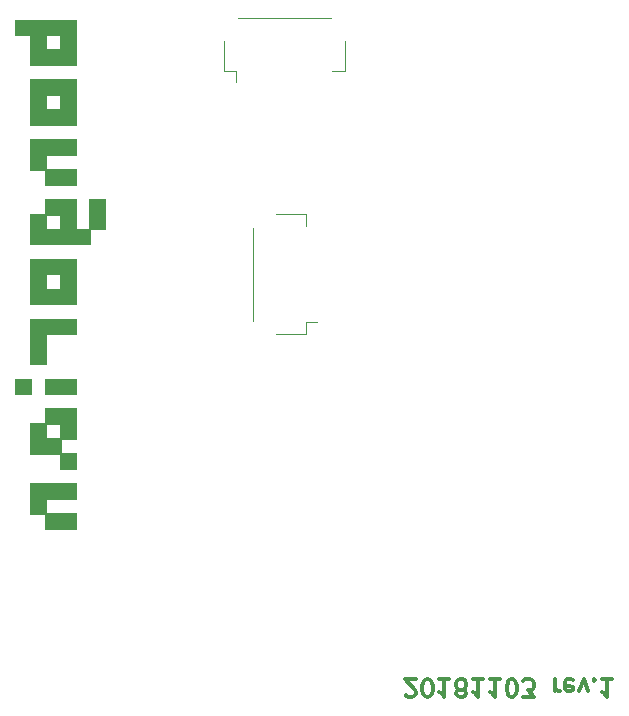
<source format=gbr>
G04 #@! TF.GenerationSoftware,KiCad,Pcbnew,(5.0.0)*
G04 #@! TF.CreationDate,2018-11-06T14:45:03+09:00*
G04 #@! TF.ProjectId,handheld_machine,68616E6468656C645F6D616368696E65,rev?*
G04 #@! TF.SameCoordinates,Original*
G04 #@! TF.FileFunction,Legend,Bot*
G04 #@! TF.FilePolarity,Positive*
%FSLAX46Y46*%
G04 Gerber Fmt 4.6, Leading zero omitted, Abs format (unit mm)*
G04 Created by KiCad (PCBNEW (5.0.0)) date 11/06/18 14:45:03*
%MOMM*%
%LPD*%
G01*
G04 APERTURE LIST*
%ADD10C,0.300000*%
%ADD11C,0.120000*%
%ADD12C,0.010000*%
G04 APERTURE END LIST*
D10*
X148250000Y-147678571D02*
X148321428Y-147750000D01*
X148464285Y-147821428D01*
X148821428Y-147821428D01*
X148964285Y-147750000D01*
X149035714Y-147678571D01*
X149107142Y-147535714D01*
X149107142Y-147392857D01*
X149035714Y-147178571D01*
X148178571Y-146321428D01*
X149107142Y-146321428D01*
X150035714Y-147821428D02*
X150178571Y-147821428D01*
X150321428Y-147750000D01*
X150392857Y-147678571D01*
X150464285Y-147535714D01*
X150535714Y-147250000D01*
X150535714Y-146892857D01*
X150464285Y-146607142D01*
X150392857Y-146464285D01*
X150321428Y-146392857D01*
X150178571Y-146321428D01*
X150035714Y-146321428D01*
X149892857Y-146392857D01*
X149821428Y-146464285D01*
X149750000Y-146607142D01*
X149678571Y-146892857D01*
X149678571Y-147250000D01*
X149750000Y-147535714D01*
X149821428Y-147678571D01*
X149892857Y-147750000D01*
X150035714Y-147821428D01*
X151964285Y-146321428D02*
X151107142Y-146321428D01*
X151535714Y-146321428D02*
X151535714Y-147821428D01*
X151392857Y-147607142D01*
X151250000Y-147464285D01*
X151107142Y-147392857D01*
X152821428Y-147178571D02*
X152678571Y-147250000D01*
X152607142Y-147321428D01*
X152535714Y-147464285D01*
X152535714Y-147535714D01*
X152607142Y-147678571D01*
X152678571Y-147750000D01*
X152821428Y-147821428D01*
X153107142Y-147821428D01*
X153250000Y-147750000D01*
X153321428Y-147678571D01*
X153392857Y-147535714D01*
X153392857Y-147464285D01*
X153321428Y-147321428D01*
X153250000Y-147250000D01*
X153107142Y-147178571D01*
X152821428Y-147178571D01*
X152678571Y-147107142D01*
X152607142Y-147035714D01*
X152535714Y-146892857D01*
X152535714Y-146607142D01*
X152607142Y-146464285D01*
X152678571Y-146392857D01*
X152821428Y-146321428D01*
X153107142Y-146321428D01*
X153250000Y-146392857D01*
X153321428Y-146464285D01*
X153392857Y-146607142D01*
X153392857Y-146892857D01*
X153321428Y-147035714D01*
X153250000Y-147107142D01*
X153107142Y-147178571D01*
X154821428Y-146321428D02*
X153964285Y-146321428D01*
X154392857Y-146321428D02*
X154392857Y-147821428D01*
X154250000Y-147607142D01*
X154107142Y-147464285D01*
X153964285Y-147392857D01*
X156250000Y-146321428D02*
X155392857Y-146321428D01*
X155821428Y-146321428D02*
X155821428Y-147821428D01*
X155678571Y-147607142D01*
X155535714Y-147464285D01*
X155392857Y-147392857D01*
X157178571Y-147821428D02*
X157321428Y-147821428D01*
X157464285Y-147750000D01*
X157535714Y-147678571D01*
X157607142Y-147535714D01*
X157678571Y-147250000D01*
X157678571Y-146892857D01*
X157607142Y-146607142D01*
X157535714Y-146464285D01*
X157464285Y-146392857D01*
X157321428Y-146321428D01*
X157178571Y-146321428D01*
X157035714Y-146392857D01*
X156964285Y-146464285D01*
X156892857Y-146607142D01*
X156821428Y-146892857D01*
X156821428Y-147250000D01*
X156892857Y-147535714D01*
X156964285Y-147678571D01*
X157035714Y-147750000D01*
X157178571Y-147821428D01*
X158178571Y-147821428D02*
X159107142Y-147821428D01*
X158607142Y-147250000D01*
X158821428Y-147250000D01*
X158964285Y-147178571D01*
X159035714Y-147107142D01*
X159107142Y-146964285D01*
X159107142Y-146607142D01*
X159035714Y-146464285D01*
X158964285Y-146392857D01*
X158821428Y-146321428D01*
X158392857Y-146321428D01*
X158250000Y-146392857D01*
X158178571Y-146464285D01*
X160892857Y-146321428D02*
X160892857Y-147321428D01*
X160892857Y-147035714D02*
X160964285Y-147178571D01*
X161035714Y-147250000D01*
X161178571Y-147321428D01*
X161321428Y-147321428D01*
X162392857Y-146392857D02*
X162250000Y-146321428D01*
X161964285Y-146321428D01*
X161821428Y-146392857D01*
X161750000Y-146535714D01*
X161750000Y-147107142D01*
X161821428Y-147250000D01*
X161964285Y-147321428D01*
X162250000Y-147321428D01*
X162392857Y-147250000D01*
X162464285Y-147107142D01*
X162464285Y-146964285D01*
X161750000Y-146821428D01*
X162964285Y-147321428D02*
X163321428Y-146321428D01*
X163678571Y-147321428D01*
X164250000Y-146464285D02*
X164321428Y-146392857D01*
X164250000Y-146321428D01*
X164178571Y-146392857D01*
X164250000Y-146464285D01*
X164250000Y-146321428D01*
X165750000Y-146321428D02*
X164892857Y-146321428D01*
X165321428Y-146321428D02*
X165321428Y-147821428D01*
X165178571Y-147607142D01*
X165035714Y-147464285D01*
X164892857Y-147392857D01*
D11*
G04 #@! TO.C,J1*
X137285000Y-117110000D02*
X139785000Y-117110000D01*
X139785000Y-117110000D02*
X139785000Y-116060000D01*
X139785000Y-116060000D02*
X140775000Y-116060000D01*
X137285000Y-106890000D02*
X139785000Y-106890000D01*
X139785000Y-106890000D02*
X139785000Y-107940000D01*
X135315000Y-115940000D02*
X135315000Y-108060000D01*
G04 #@! TO.C,J2*
X134060000Y-90315000D02*
X141940000Y-90315000D01*
X143110000Y-94785000D02*
X142060000Y-94785000D01*
X143110000Y-92285000D02*
X143110000Y-94785000D01*
X133940000Y-94785000D02*
X133940000Y-95775000D01*
X132890000Y-94785000D02*
X133940000Y-94785000D01*
X132890000Y-92285000D02*
X132890000Y-94785000D01*
D12*
G04 #@! TO.C,G2*
G36*
X121540000Y-109460000D02*
X121540000Y-108190000D01*
X122810000Y-108190000D01*
X122810000Y-105650000D01*
X121492962Y-105650000D01*
X121492962Y-108142963D01*
X120317037Y-108142963D01*
X120317037Y-105650000D01*
X117777037Y-105650000D01*
X117777037Y-106967038D01*
X119000000Y-106967038D01*
X119000000Y-108142963D01*
X117777037Y-108142963D01*
X117777037Y-106967038D01*
X117777037Y-105650000D01*
X117730000Y-105650000D01*
X117730000Y-106920000D01*
X116460000Y-106920000D01*
X116460000Y-109460000D01*
X121540000Y-109460000D01*
X121540000Y-109460000D01*
G37*
X121540000Y-109460000D02*
X121540000Y-108190000D01*
X122810000Y-108190000D01*
X122810000Y-105650000D01*
X121492962Y-105650000D01*
X121492962Y-108142963D01*
X120317037Y-108142963D01*
X120317037Y-105650000D01*
X117777037Y-105650000D01*
X117777037Y-106967038D01*
X119000000Y-106967038D01*
X119000000Y-108142963D01*
X117777037Y-108142963D01*
X117777037Y-106967038D01*
X117777037Y-105650000D01*
X117730000Y-105650000D01*
X117730000Y-106920000D01*
X116460000Y-106920000D01*
X116460000Y-109460000D01*
X121540000Y-109460000D01*
G36*
X116460000Y-91774075D02*
X116460000Y-94267038D01*
X120317037Y-94267038D01*
X120317037Y-90457038D01*
X117777037Y-90457038D01*
X117777037Y-91774075D01*
X119000000Y-91774075D01*
X119000000Y-92950000D01*
X117777037Y-92950000D01*
X117777037Y-91774075D01*
X117777037Y-90457038D01*
X115190000Y-90457038D01*
X115190000Y-91774075D01*
X116460000Y-91774075D01*
X116460000Y-91774075D01*
G37*
X116460000Y-91774075D02*
X116460000Y-94267038D01*
X120317037Y-94267038D01*
X120317037Y-90457038D01*
X117777037Y-90457038D01*
X117777037Y-91774075D01*
X119000000Y-91774075D01*
X119000000Y-92950000D01*
X117777037Y-92950000D01*
X117777037Y-91774075D01*
X117777037Y-90457038D01*
X115190000Y-90457038D01*
X115190000Y-91774075D01*
X116460000Y-91774075D01*
G36*
X120317037Y-99347038D02*
X120317037Y-95490000D01*
X117777037Y-95490000D01*
X117777037Y-96807038D01*
X119000000Y-96807038D01*
X119000000Y-98030000D01*
X117777037Y-98030000D01*
X117777037Y-96807038D01*
X117777037Y-95490000D01*
X116460000Y-95490000D01*
X116460000Y-99347038D01*
X120317037Y-99347038D01*
X120317037Y-99347038D01*
G37*
X120317037Y-99347038D02*
X120317037Y-95490000D01*
X117777037Y-95490000D01*
X117777037Y-96807038D01*
X119000000Y-96807038D01*
X119000000Y-98030000D01*
X117777037Y-98030000D01*
X117777037Y-96807038D01*
X117777037Y-95490000D01*
X116460000Y-95490000D01*
X116460000Y-99347038D01*
X120317037Y-99347038D01*
G36*
X117730000Y-103157038D02*
X117730000Y-104427038D01*
X120317037Y-104427038D01*
X120317037Y-103110000D01*
X117777037Y-103110000D01*
X117777037Y-101887038D01*
X120317037Y-101887038D01*
X120317037Y-100570000D01*
X116460000Y-100570000D01*
X116460000Y-103157038D01*
X117730000Y-103157038D01*
X117730000Y-103157038D01*
G37*
X117730000Y-103157038D02*
X117730000Y-104427038D01*
X120317037Y-104427038D01*
X120317037Y-103110000D01*
X117777037Y-103110000D01*
X117777037Y-101887038D01*
X120317037Y-101887038D01*
X120317037Y-100570000D01*
X116460000Y-100570000D01*
X116460000Y-103157038D01*
X117730000Y-103157038D01*
G36*
X120317037Y-114540000D02*
X120317037Y-110682963D01*
X117777037Y-110682963D01*
X117777037Y-112000000D01*
X119000000Y-112000000D01*
X119000000Y-113222963D01*
X117777037Y-113222963D01*
X117777037Y-112000000D01*
X117777037Y-110682963D01*
X116460000Y-110682963D01*
X116460000Y-114540000D01*
X120317037Y-114540000D01*
X120317037Y-114540000D01*
G37*
X120317037Y-114540000D02*
X120317037Y-110682963D01*
X117777037Y-110682963D01*
X117777037Y-112000000D01*
X119000000Y-112000000D01*
X119000000Y-113222963D01*
X117777037Y-113222963D01*
X117777037Y-112000000D01*
X117777037Y-110682963D01*
X116460000Y-110682963D01*
X116460000Y-114540000D01*
X120317037Y-114540000D01*
G36*
X117777037Y-119620000D02*
X117777037Y-117080000D01*
X120317037Y-117080000D01*
X120317037Y-115762963D01*
X116460000Y-115762963D01*
X116460000Y-119620000D01*
X117777037Y-119620000D01*
X117777037Y-119620000D01*
G37*
X117777037Y-119620000D02*
X117777037Y-117080000D01*
X120317037Y-117080000D01*
X120317037Y-115762963D01*
X116460000Y-115762963D01*
X116460000Y-119620000D01*
X117777037Y-119620000D01*
G36*
X120317037Y-122160000D02*
X120317037Y-120842963D01*
X117730000Y-120842963D01*
X117730000Y-122160000D01*
X120317037Y-122160000D01*
X120317037Y-122160000D01*
G37*
X120317037Y-122160000D02*
X120317037Y-120842963D01*
X117730000Y-120842963D01*
X117730000Y-122160000D01*
X120317037Y-122160000D01*
G36*
X119000000Y-127192963D02*
X119000000Y-128462963D01*
X120317037Y-128462963D01*
X120317037Y-127145926D01*
X119047037Y-127145926D01*
X119047037Y-125922963D01*
X120317037Y-125922963D01*
X120317037Y-123335926D01*
X117777037Y-123335926D01*
X117777037Y-124652963D01*
X119000000Y-124652963D01*
X119000000Y-125875926D01*
X117777037Y-125875926D01*
X117777037Y-124652963D01*
X117777037Y-123335926D01*
X117730000Y-123335926D01*
X117730000Y-124605926D01*
X116460000Y-124605926D01*
X116460000Y-127192963D01*
X119000000Y-127192963D01*
X119000000Y-127192963D01*
G37*
X119000000Y-127192963D02*
X119000000Y-128462963D01*
X120317037Y-128462963D01*
X120317037Y-127145926D01*
X119047037Y-127145926D01*
X119047037Y-125922963D01*
X120317037Y-125922963D01*
X120317037Y-123335926D01*
X117777037Y-123335926D01*
X117777037Y-124652963D01*
X119000000Y-124652963D01*
X119000000Y-125875926D01*
X117777037Y-125875926D01*
X117777037Y-124652963D01*
X117777037Y-123335926D01*
X117730000Y-123335926D01*
X117730000Y-124605926D01*
X116460000Y-124605926D01*
X116460000Y-127192963D01*
X119000000Y-127192963D01*
G36*
X117730000Y-132272963D02*
X117730000Y-133542963D01*
X120317037Y-133542963D01*
X120317037Y-132225926D01*
X117777037Y-132225926D01*
X117777037Y-131002963D01*
X120317037Y-131002963D01*
X120317037Y-129685926D01*
X116460000Y-129685926D01*
X116460000Y-132272963D01*
X117730000Y-132272963D01*
X117730000Y-132272963D01*
G37*
X117730000Y-132272963D02*
X117730000Y-133542963D01*
X120317037Y-133542963D01*
X120317037Y-132225926D01*
X117777037Y-132225926D01*
X117777037Y-131002963D01*
X120317037Y-131002963D01*
X120317037Y-129685926D01*
X116460000Y-129685926D01*
X116460000Y-132272963D01*
X117730000Y-132272963D01*
G36*
X116507037Y-122160000D02*
X116507037Y-120842963D01*
X115190000Y-120842963D01*
X115190000Y-122160000D01*
X116507037Y-122160000D01*
X116507037Y-122160000D01*
G37*
X116507037Y-122160000D02*
X116507037Y-120842963D01*
X115190000Y-120842963D01*
X115190000Y-122160000D01*
X116507037Y-122160000D01*
G04 #@! TD*
M02*

</source>
